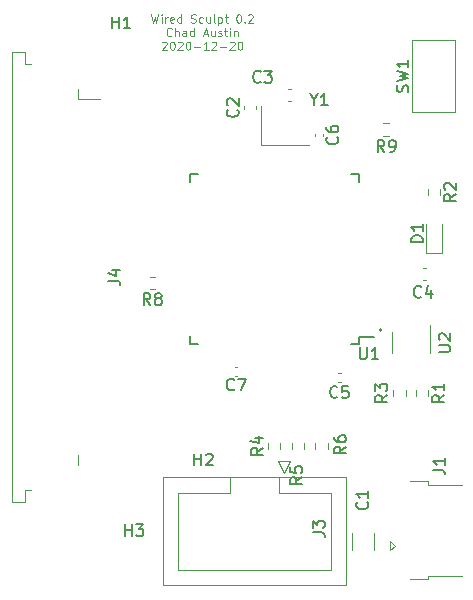
<source format=gbr>
G04 #@! TF.GenerationSoftware,KiCad,Pcbnew,(5.1.8)-1*
G04 #@! TF.CreationDate,2020-12-20T21:52:24-08:00*
G04 #@! TF.ProjectId,wired-sculpt,77697265-642d-4736-9375-6c70742e6b69,rev?*
G04 #@! TF.SameCoordinates,Original*
G04 #@! TF.FileFunction,Legend,Top*
G04 #@! TF.FilePolarity,Positive*
%FSLAX46Y46*%
G04 Gerber Fmt 4.6, Leading zero omitted, Abs format (unit mm)*
G04 Created by KiCad (PCBNEW (5.1.8)-1) date 2020-12-20 21:52:24*
%MOMM*%
%LPD*%
G01*
G04 APERTURE LIST*
%ADD10C,0.200000*%
%ADD11C,0.100000*%
%ADD12C,0.150000*%
%ADD13C,0.120000*%
G04 APERTURE END LIST*
D10*
X153100000Y-58000000D02*
G75*
G03*
X153100000Y-58000000I-100000J0D01*
G01*
D11*
X133583333Y-31266666D02*
X133750000Y-31966666D01*
X133883333Y-31466666D01*
X134016666Y-31966666D01*
X134183333Y-31266666D01*
X134450000Y-31966666D02*
X134450000Y-31500000D01*
X134450000Y-31266666D02*
X134416666Y-31300000D01*
X134450000Y-31333333D01*
X134483333Y-31300000D01*
X134450000Y-31266666D01*
X134450000Y-31333333D01*
X134783333Y-31966666D02*
X134783333Y-31500000D01*
X134783333Y-31633333D02*
X134816666Y-31566666D01*
X134850000Y-31533333D01*
X134916666Y-31500000D01*
X134983333Y-31500000D01*
X135483333Y-31933333D02*
X135416666Y-31966666D01*
X135283333Y-31966666D01*
X135216666Y-31933333D01*
X135183333Y-31866666D01*
X135183333Y-31600000D01*
X135216666Y-31533333D01*
X135283333Y-31500000D01*
X135416666Y-31500000D01*
X135483333Y-31533333D01*
X135516666Y-31600000D01*
X135516666Y-31666666D01*
X135183333Y-31733333D01*
X136116666Y-31966666D02*
X136116666Y-31266666D01*
X136116666Y-31933333D02*
X136050000Y-31966666D01*
X135916666Y-31966666D01*
X135850000Y-31933333D01*
X135816666Y-31900000D01*
X135783333Y-31833333D01*
X135783333Y-31633333D01*
X135816666Y-31566666D01*
X135850000Y-31533333D01*
X135916666Y-31500000D01*
X136050000Y-31500000D01*
X136116666Y-31533333D01*
X136950000Y-31933333D02*
X137050000Y-31966666D01*
X137216666Y-31966666D01*
X137283333Y-31933333D01*
X137316666Y-31900000D01*
X137350000Y-31833333D01*
X137350000Y-31766666D01*
X137316666Y-31700000D01*
X137283333Y-31666666D01*
X137216666Y-31633333D01*
X137083333Y-31600000D01*
X137016666Y-31566666D01*
X136983333Y-31533333D01*
X136950000Y-31466666D01*
X136950000Y-31400000D01*
X136983333Y-31333333D01*
X137016666Y-31300000D01*
X137083333Y-31266666D01*
X137250000Y-31266666D01*
X137350000Y-31300000D01*
X137950000Y-31933333D02*
X137883333Y-31966666D01*
X137750000Y-31966666D01*
X137683333Y-31933333D01*
X137650000Y-31900000D01*
X137616666Y-31833333D01*
X137616666Y-31633333D01*
X137650000Y-31566666D01*
X137683333Y-31533333D01*
X137750000Y-31500000D01*
X137883333Y-31500000D01*
X137950000Y-31533333D01*
X138550000Y-31500000D02*
X138550000Y-31966666D01*
X138250000Y-31500000D02*
X138250000Y-31866666D01*
X138283333Y-31933333D01*
X138350000Y-31966666D01*
X138450000Y-31966666D01*
X138516666Y-31933333D01*
X138550000Y-31900000D01*
X138983333Y-31966666D02*
X138916666Y-31933333D01*
X138883333Y-31866666D01*
X138883333Y-31266666D01*
X139250000Y-31500000D02*
X139250000Y-32200000D01*
X139250000Y-31533333D02*
X139316666Y-31500000D01*
X139450000Y-31500000D01*
X139516666Y-31533333D01*
X139550000Y-31566666D01*
X139583333Y-31633333D01*
X139583333Y-31833333D01*
X139550000Y-31900000D01*
X139516666Y-31933333D01*
X139450000Y-31966666D01*
X139316666Y-31966666D01*
X139250000Y-31933333D01*
X139783333Y-31500000D02*
X140050000Y-31500000D01*
X139883333Y-31266666D02*
X139883333Y-31866666D01*
X139916666Y-31933333D01*
X139983333Y-31966666D01*
X140050000Y-31966666D01*
X140950000Y-31266666D02*
X141016666Y-31266666D01*
X141083333Y-31300000D01*
X141116666Y-31333333D01*
X141150000Y-31400000D01*
X141183333Y-31533333D01*
X141183333Y-31700000D01*
X141150000Y-31833333D01*
X141116666Y-31900000D01*
X141083333Y-31933333D01*
X141016666Y-31966666D01*
X140950000Y-31966666D01*
X140883333Y-31933333D01*
X140850000Y-31900000D01*
X140816666Y-31833333D01*
X140783333Y-31700000D01*
X140783333Y-31533333D01*
X140816666Y-31400000D01*
X140850000Y-31333333D01*
X140883333Y-31300000D01*
X140950000Y-31266666D01*
X141483333Y-31900000D02*
X141516666Y-31933333D01*
X141483333Y-31966666D01*
X141450000Y-31933333D01*
X141483333Y-31900000D01*
X141483333Y-31966666D01*
X141783333Y-31333333D02*
X141816666Y-31300000D01*
X141883333Y-31266666D01*
X142050000Y-31266666D01*
X142116666Y-31300000D01*
X142150000Y-31333333D01*
X142183333Y-31400000D01*
X142183333Y-31466666D01*
X142150000Y-31566666D01*
X141750000Y-31966666D01*
X142183333Y-31966666D01*
X135316666Y-33050000D02*
X135283333Y-33083333D01*
X135183333Y-33116666D01*
X135116666Y-33116666D01*
X135016666Y-33083333D01*
X134950000Y-33016666D01*
X134916666Y-32950000D01*
X134883333Y-32816666D01*
X134883333Y-32716666D01*
X134916666Y-32583333D01*
X134950000Y-32516666D01*
X135016666Y-32450000D01*
X135116666Y-32416666D01*
X135183333Y-32416666D01*
X135283333Y-32450000D01*
X135316666Y-32483333D01*
X135616666Y-33116666D02*
X135616666Y-32416666D01*
X135916666Y-33116666D02*
X135916666Y-32750000D01*
X135883333Y-32683333D01*
X135816666Y-32650000D01*
X135716666Y-32650000D01*
X135650000Y-32683333D01*
X135616666Y-32716666D01*
X136550000Y-33116666D02*
X136550000Y-32750000D01*
X136516666Y-32683333D01*
X136450000Y-32650000D01*
X136316666Y-32650000D01*
X136250000Y-32683333D01*
X136550000Y-33083333D02*
X136483333Y-33116666D01*
X136316666Y-33116666D01*
X136250000Y-33083333D01*
X136216666Y-33016666D01*
X136216666Y-32950000D01*
X136250000Y-32883333D01*
X136316666Y-32850000D01*
X136483333Y-32850000D01*
X136550000Y-32816666D01*
X137183333Y-33116666D02*
X137183333Y-32416666D01*
X137183333Y-33083333D02*
X137116666Y-33116666D01*
X136983333Y-33116666D01*
X136916666Y-33083333D01*
X136883333Y-33050000D01*
X136850000Y-32983333D01*
X136850000Y-32783333D01*
X136883333Y-32716666D01*
X136916666Y-32683333D01*
X136983333Y-32650000D01*
X137116666Y-32650000D01*
X137183333Y-32683333D01*
X138016666Y-32916666D02*
X138350000Y-32916666D01*
X137950000Y-33116666D02*
X138183333Y-32416666D01*
X138416666Y-33116666D01*
X138950000Y-32650000D02*
X138950000Y-33116666D01*
X138650000Y-32650000D02*
X138650000Y-33016666D01*
X138683333Y-33083333D01*
X138750000Y-33116666D01*
X138850000Y-33116666D01*
X138916666Y-33083333D01*
X138950000Y-33050000D01*
X139250000Y-33083333D02*
X139316666Y-33116666D01*
X139450000Y-33116666D01*
X139516666Y-33083333D01*
X139550000Y-33016666D01*
X139550000Y-32983333D01*
X139516666Y-32916666D01*
X139450000Y-32883333D01*
X139350000Y-32883333D01*
X139283333Y-32850000D01*
X139250000Y-32783333D01*
X139250000Y-32750000D01*
X139283333Y-32683333D01*
X139350000Y-32650000D01*
X139450000Y-32650000D01*
X139516666Y-32683333D01*
X139750000Y-32650000D02*
X140016666Y-32650000D01*
X139850000Y-32416666D02*
X139850000Y-33016666D01*
X139883333Y-33083333D01*
X139950000Y-33116666D01*
X140016666Y-33116666D01*
X140250000Y-33116666D02*
X140250000Y-32650000D01*
X140250000Y-32416666D02*
X140216666Y-32450000D01*
X140250000Y-32483333D01*
X140283333Y-32450000D01*
X140250000Y-32416666D01*
X140250000Y-32483333D01*
X140583333Y-32650000D02*
X140583333Y-33116666D01*
X140583333Y-32716666D02*
X140616666Y-32683333D01*
X140683333Y-32650000D01*
X140783333Y-32650000D01*
X140850000Y-32683333D01*
X140883333Y-32750000D01*
X140883333Y-33116666D01*
X134500000Y-33633333D02*
X134533333Y-33600000D01*
X134600000Y-33566666D01*
X134766666Y-33566666D01*
X134833333Y-33600000D01*
X134866666Y-33633333D01*
X134900000Y-33700000D01*
X134900000Y-33766666D01*
X134866666Y-33866666D01*
X134466666Y-34266666D01*
X134900000Y-34266666D01*
X135333333Y-33566666D02*
X135400000Y-33566666D01*
X135466666Y-33600000D01*
X135500000Y-33633333D01*
X135533333Y-33700000D01*
X135566666Y-33833333D01*
X135566666Y-34000000D01*
X135533333Y-34133333D01*
X135500000Y-34200000D01*
X135466666Y-34233333D01*
X135400000Y-34266666D01*
X135333333Y-34266666D01*
X135266666Y-34233333D01*
X135233333Y-34200000D01*
X135200000Y-34133333D01*
X135166666Y-34000000D01*
X135166666Y-33833333D01*
X135200000Y-33700000D01*
X135233333Y-33633333D01*
X135266666Y-33600000D01*
X135333333Y-33566666D01*
X135833333Y-33633333D02*
X135866666Y-33600000D01*
X135933333Y-33566666D01*
X136100000Y-33566666D01*
X136166666Y-33600000D01*
X136200000Y-33633333D01*
X136233333Y-33700000D01*
X136233333Y-33766666D01*
X136200000Y-33866666D01*
X135800000Y-34266666D01*
X136233333Y-34266666D01*
X136666666Y-33566666D02*
X136733333Y-33566666D01*
X136800000Y-33600000D01*
X136833333Y-33633333D01*
X136866666Y-33700000D01*
X136900000Y-33833333D01*
X136900000Y-34000000D01*
X136866666Y-34133333D01*
X136833333Y-34200000D01*
X136800000Y-34233333D01*
X136733333Y-34266666D01*
X136666666Y-34266666D01*
X136600000Y-34233333D01*
X136566666Y-34200000D01*
X136533333Y-34133333D01*
X136500000Y-34000000D01*
X136500000Y-33833333D01*
X136533333Y-33700000D01*
X136566666Y-33633333D01*
X136600000Y-33600000D01*
X136666666Y-33566666D01*
X137200000Y-34000000D02*
X137733333Y-34000000D01*
X138433333Y-34266666D02*
X138033333Y-34266666D01*
X138233333Y-34266666D02*
X138233333Y-33566666D01*
X138166666Y-33666666D01*
X138100000Y-33733333D01*
X138033333Y-33766666D01*
X138700000Y-33633333D02*
X138733333Y-33600000D01*
X138800000Y-33566666D01*
X138966666Y-33566666D01*
X139033333Y-33600000D01*
X139066666Y-33633333D01*
X139100000Y-33700000D01*
X139100000Y-33766666D01*
X139066666Y-33866666D01*
X138666666Y-34266666D01*
X139100000Y-34266666D01*
X139400000Y-34000000D02*
X139933333Y-34000000D01*
X140233333Y-33633333D02*
X140266666Y-33600000D01*
X140333333Y-33566666D01*
X140500000Y-33566666D01*
X140566666Y-33600000D01*
X140600000Y-33633333D01*
X140633333Y-33700000D01*
X140633333Y-33766666D01*
X140600000Y-33866666D01*
X140200000Y-34266666D01*
X140633333Y-34266666D01*
X141066666Y-33566666D02*
X141133333Y-33566666D01*
X141200000Y-33600000D01*
X141233333Y-33633333D01*
X141266666Y-33700000D01*
X141300000Y-33833333D01*
X141300000Y-34000000D01*
X141266666Y-34133333D01*
X141233333Y-34200000D01*
X141200000Y-34233333D01*
X141133333Y-34266666D01*
X141066666Y-34266666D01*
X141000000Y-34233333D01*
X140966666Y-34200000D01*
X140933333Y-34133333D01*
X140900000Y-34000000D01*
X140900000Y-33833333D01*
X140933333Y-33700000D01*
X140966666Y-33633333D01*
X141000000Y-33600000D01*
X141066666Y-33566666D01*
D12*
G04 #@! TO.C,U1*
X151175000Y-58600000D02*
X152450000Y-58600000D01*
X136825000Y-59175000D02*
X137500000Y-59175000D01*
X136825000Y-44825000D02*
X137500000Y-44825000D01*
X151175000Y-44825000D02*
X150500000Y-44825000D01*
X151175000Y-59175000D02*
X150500000Y-59175000D01*
X151175000Y-44825000D02*
X151175000Y-45500000D01*
X136825000Y-44825000D02*
X136825000Y-45500000D01*
X136825000Y-59175000D02*
X136825000Y-58500000D01*
X151175000Y-59175000D02*
X151175000Y-58600000D01*
D13*
G04 #@! TO.C,J3*
X150060000Y-70460000D02*
X150060000Y-79580000D01*
X150060000Y-79580000D02*
X134560000Y-79580000D01*
X134560000Y-79580000D02*
X134560000Y-70460000D01*
X134560000Y-70460000D02*
X150060000Y-70460000D01*
X144360000Y-70460000D02*
X144360000Y-71770000D01*
X144360000Y-71770000D02*
X148760000Y-71770000D01*
X148760000Y-71770000D02*
X148760000Y-78270000D01*
X148760000Y-78270000D02*
X135860000Y-78270000D01*
X135860000Y-78270000D02*
X135860000Y-71770000D01*
X135860000Y-71770000D02*
X140260000Y-71770000D01*
X140260000Y-71770000D02*
X140260000Y-71770000D01*
X140260000Y-71770000D02*
X140260000Y-70460000D01*
X144850000Y-70070000D02*
X145350000Y-69070000D01*
X145350000Y-69070000D02*
X144350000Y-69070000D01*
X144350000Y-69070000D02*
X144850000Y-70070000D01*
G04 #@! TO.C,R1*
X155977500Y-63087742D02*
X155977500Y-63562258D01*
X157022500Y-63087742D02*
X157022500Y-63562258D01*
G04 #@! TO.C,J4*
X123440000Y-71545000D02*
X122900000Y-71545000D01*
X122900000Y-71545000D02*
X122900000Y-72570000D01*
X122900000Y-72570000D02*
X121790000Y-72570000D01*
X121790000Y-72570000D02*
X121790000Y-34430000D01*
X121790000Y-34430000D02*
X122900000Y-34430000D01*
X122900000Y-34430000D02*
X122900000Y-35455000D01*
X122900000Y-35455000D02*
X123440000Y-35455000D01*
X127410000Y-37610000D02*
X127410000Y-38435000D01*
X127410000Y-38435000D02*
X129210000Y-38435000D01*
X127410000Y-68565000D02*
X127410000Y-69390000D01*
G04 #@! TO.C,C2*
X141440000Y-39315580D02*
X141440000Y-39034420D01*
X142460000Y-39315580D02*
X142460000Y-39034420D01*
G04 #@! TO.C,C3*
X145415580Y-37590000D02*
X145134420Y-37590000D01*
X145415580Y-38610000D02*
X145134420Y-38610000D01*
G04 #@! TO.C,C4*
X156584420Y-53760000D02*
X156865580Y-53760000D01*
X156584420Y-52740000D02*
X156865580Y-52740000D01*
G04 #@! TO.C,D1*
X158185000Y-51497500D02*
X158185000Y-49012500D01*
X156815000Y-51497500D02*
X158185000Y-51497500D01*
X156815000Y-49012500D02*
X156815000Y-51497500D01*
G04 #@! TO.C,J1*
X154250000Y-76260000D02*
X153800000Y-76660000D01*
X153800000Y-76660000D02*
X153800000Y-75860000D01*
X153800000Y-75860000D02*
X154250000Y-76260000D01*
X159850000Y-71110000D02*
X157050000Y-71110000D01*
X157050000Y-71110000D02*
X157050000Y-70810000D01*
X157050000Y-70810000D02*
X155500000Y-70810000D01*
X159850000Y-78810000D02*
X157050000Y-78810000D01*
X157050000Y-79110000D02*
X157050000Y-78810000D01*
X157050000Y-79110000D02*
X155500000Y-79110000D01*
G04 #@! TO.C,R2*
X156977500Y-46087742D02*
X156977500Y-46562258D01*
X158022500Y-46087742D02*
X158022500Y-46562258D01*
G04 #@! TO.C,R3*
X155122500Y-63087742D02*
X155122500Y-63562258D01*
X154077500Y-63087742D02*
X154077500Y-63562258D01*
G04 #@! TO.C,R4*
X143477500Y-68062258D02*
X143477500Y-67587742D01*
X144522500Y-68062258D02*
X144522500Y-67587742D01*
G04 #@! TO.C,R5*
X146522500Y-68062258D02*
X146522500Y-67587742D01*
X145477500Y-68062258D02*
X145477500Y-67587742D01*
G04 #@! TO.C,R6*
X148522500Y-68062258D02*
X148522500Y-67587742D01*
X147477500Y-68062258D02*
X147477500Y-67587742D01*
G04 #@! TO.C,SW1*
X159310000Y-39560000D02*
X155690000Y-39560000D01*
X159310000Y-33440000D02*
X159310000Y-39560000D01*
X155690000Y-33440000D02*
X159310000Y-33440000D01*
X155690000Y-39560000D02*
X155690000Y-33440000D01*
G04 #@! TO.C,Y1*
X142900000Y-42350000D02*
X146900000Y-42350000D01*
X142900000Y-39050000D02*
X142900000Y-42350000D01*
G04 #@! TO.C,R8*
X133912258Y-54522500D02*
X133437742Y-54522500D01*
X133912258Y-53477500D02*
X133437742Y-53477500D01*
G04 #@! TO.C,C1*
X152410000Y-75188748D02*
X152410000Y-76611252D01*
X150590000Y-75188748D02*
X150590000Y-76611252D01*
G04 #@! TO.C,C6*
X148160000Y-41372164D02*
X148160000Y-41587836D01*
X147440000Y-41372164D02*
X147440000Y-41587836D01*
G04 #@! TO.C,C7*
X140877836Y-61860000D02*
X140662164Y-61860000D01*
X140877836Y-61140000D02*
X140662164Y-61140000D01*
G04 #@! TO.C,R9*
X153712258Y-41547500D02*
X153237742Y-41547500D01*
X153712258Y-40502500D02*
X153237742Y-40502500D01*
G04 #@! TO.C,U2*
X157170000Y-59980000D02*
X157170000Y-57530000D01*
X153950000Y-58180000D02*
X153950000Y-59980000D01*
G04 #@! TO.C,C5*
X149412164Y-62360000D02*
X149627836Y-62360000D01*
X149412164Y-61640000D02*
X149627836Y-61640000D01*
G04 #@! TO.C,U1*
D12*
X151238095Y-59452380D02*
X151238095Y-60261904D01*
X151285714Y-60357142D01*
X151333333Y-60404761D01*
X151428571Y-60452380D01*
X151619047Y-60452380D01*
X151714285Y-60404761D01*
X151761904Y-60357142D01*
X151809523Y-60261904D01*
X151809523Y-59452380D01*
X152809523Y-60452380D02*
X152238095Y-60452380D01*
X152523809Y-60452380D02*
X152523809Y-59452380D01*
X152428571Y-59595238D01*
X152333333Y-59690476D01*
X152238095Y-59738095D01*
G04 #@! TO.C,J3*
X147252380Y-75133333D02*
X147966666Y-75133333D01*
X148109523Y-75180952D01*
X148204761Y-75276190D01*
X148252380Y-75419047D01*
X148252380Y-75514285D01*
X147252380Y-74752380D02*
X147252380Y-74133333D01*
X147633333Y-74466666D01*
X147633333Y-74323809D01*
X147680952Y-74228571D01*
X147728571Y-74180952D01*
X147823809Y-74133333D01*
X148061904Y-74133333D01*
X148157142Y-74180952D01*
X148204761Y-74228571D01*
X148252380Y-74323809D01*
X148252380Y-74609523D01*
X148204761Y-74704761D01*
X148157142Y-74752380D01*
G04 #@! TO.C,R1*
X158382380Y-63491666D02*
X157906190Y-63825000D01*
X158382380Y-64063095D02*
X157382380Y-64063095D01*
X157382380Y-63682142D01*
X157430000Y-63586904D01*
X157477619Y-63539285D01*
X157572857Y-63491666D01*
X157715714Y-63491666D01*
X157810952Y-63539285D01*
X157858571Y-63586904D01*
X157906190Y-63682142D01*
X157906190Y-64063095D01*
X158382380Y-62539285D02*
X158382380Y-63110714D01*
X158382380Y-62825000D02*
X157382380Y-62825000D01*
X157525238Y-62920238D01*
X157620476Y-63015476D01*
X157668095Y-63110714D01*
G04 #@! TO.C,J4*
X129952380Y-53833333D02*
X130666666Y-53833333D01*
X130809523Y-53880952D01*
X130904761Y-53976190D01*
X130952380Y-54119047D01*
X130952380Y-54214285D01*
X130285714Y-52928571D02*
X130952380Y-52928571D01*
X129904761Y-53166666D02*
X130619047Y-53404761D01*
X130619047Y-52785714D01*
G04 #@! TO.C,C2*
X140877142Y-39341666D02*
X140924761Y-39389285D01*
X140972380Y-39532142D01*
X140972380Y-39627380D01*
X140924761Y-39770238D01*
X140829523Y-39865476D01*
X140734285Y-39913095D01*
X140543809Y-39960714D01*
X140400952Y-39960714D01*
X140210476Y-39913095D01*
X140115238Y-39865476D01*
X140020000Y-39770238D01*
X139972380Y-39627380D01*
X139972380Y-39532142D01*
X140020000Y-39389285D01*
X140067619Y-39341666D01*
X140067619Y-38960714D02*
X140020000Y-38913095D01*
X139972380Y-38817857D01*
X139972380Y-38579761D01*
X140020000Y-38484523D01*
X140067619Y-38436904D01*
X140162857Y-38389285D01*
X140258095Y-38389285D01*
X140400952Y-38436904D01*
X140972380Y-39008333D01*
X140972380Y-38389285D01*
G04 #@! TO.C,C3*
X142833333Y-36957142D02*
X142785714Y-37004761D01*
X142642857Y-37052380D01*
X142547619Y-37052380D01*
X142404761Y-37004761D01*
X142309523Y-36909523D01*
X142261904Y-36814285D01*
X142214285Y-36623809D01*
X142214285Y-36480952D01*
X142261904Y-36290476D01*
X142309523Y-36195238D01*
X142404761Y-36100000D01*
X142547619Y-36052380D01*
X142642857Y-36052380D01*
X142785714Y-36100000D01*
X142833333Y-36147619D01*
X143166666Y-36052380D02*
X143785714Y-36052380D01*
X143452380Y-36433333D01*
X143595238Y-36433333D01*
X143690476Y-36480952D01*
X143738095Y-36528571D01*
X143785714Y-36623809D01*
X143785714Y-36861904D01*
X143738095Y-36957142D01*
X143690476Y-37004761D01*
X143595238Y-37052380D01*
X143309523Y-37052380D01*
X143214285Y-37004761D01*
X143166666Y-36957142D01*
G04 #@! TO.C,C4*
X156433333Y-55157142D02*
X156385714Y-55204761D01*
X156242857Y-55252380D01*
X156147619Y-55252380D01*
X156004761Y-55204761D01*
X155909523Y-55109523D01*
X155861904Y-55014285D01*
X155814285Y-54823809D01*
X155814285Y-54680952D01*
X155861904Y-54490476D01*
X155909523Y-54395238D01*
X156004761Y-54300000D01*
X156147619Y-54252380D01*
X156242857Y-54252380D01*
X156385714Y-54300000D01*
X156433333Y-54347619D01*
X157290476Y-54585714D02*
X157290476Y-55252380D01*
X157052380Y-54204761D02*
X156814285Y-54919047D01*
X157433333Y-54919047D01*
G04 #@! TO.C,D1*
X156572380Y-50550595D02*
X155572380Y-50550595D01*
X155572380Y-50312500D01*
X155620000Y-50169642D01*
X155715238Y-50074404D01*
X155810476Y-50026785D01*
X156000952Y-49979166D01*
X156143809Y-49979166D01*
X156334285Y-50026785D01*
X156429523Y-50074404D01*
X156524761Y-50169642D01*
X156572380Y-50312500D01*
X156572380Y-50550595D01*
X156572380Y-49026785D02*
X156572380Y-49598214D01*
X156572380Y-49312500D02*
X155572380Y-49312500D01*
X155715238Y-49407738D01*
X155810476Y-49502976D01*
X155858095Y-49598214D01*
G04 #@! TO.C,J1*
X157452380Y-69833333D02*
X158166666Y-69833333D01*
X158309523Y-69880952D01*
X158404761Y-69976190D01*
X158452380Y-70119047D01*
X158452380Y-70214285D01*
X158452380Y-68833333D02*
X158452380Y-69404761D01*
X158452380Y-69119047D02*
X157452380Y-69119047D01*
X157595238Y-69214285D01*
X157690476Y-69309523D01*
X157738095Y-69404761D01*
G04 #@! TO.C,R2*
X159382380Y-46491666D02*
X158906190Y-46825000D01*
X159382380Y-47063095D02*
X158382380Y-47063095D01*
X158382380Y-46682142D01*
X158430000Y-46586904D01*
X158477619Y-46539285D01*
X158572857Y-46491666D01*
X158715714Y-46491666D01*
X158810952Y-46539285D01*
X158858571Y-46586904D01*
X158906190Y-46682142D01*
X158906190Y-47063095D01*
X158477619Y-46110714D02*
X158430000Y-46063095D01*
X158382380Y-45967857D01*
X158382380Y-45729761D01*
X158430000Y-45634523D01*
X158477619Y-45586904D01*
X158572857Y-45539285D01*
X158668095Y-45539285D01*
X158810952Y-45586904D01*
X159382380Y-46158333D01*
X159382380Y-45539285D01*
G04 #@! TO.C,R3*
X153552380Y-63491666D02*
X153076190Y-63825000D01*
X153552380Y-64063095D02*
X152552380Y-64063095D01*
X152552380Y-63682142D01*
X152600000Y-63586904D01*
X152647619Y-63539285D01*
X152742857Y-63491666D01*
X152885714Y-63491666D01*
X152980952Y-63539285D01*
X153028571Y-63586904D01*
X153076190Y-63682142D01*
X153076190Y-64063095D01*
X152552380Y-63158333D02*
X152552380Y-62539285D01*
X152933333Y-62872619D01*
X152933333Y-62729761D01*
X152980952Y-62634523D01*
X153028571Y-62586904D01*
X153123809Y-62539285D01*
X153361904Y-62539285D01*
X153457142Y-62586904D01*
X153504761Y-62634523D01*
X153552380Y-62729761D01*
X153552380Y-63015476D01*
X153504761Y-63110714D01*
X153457142Y-63158333D01*
G04 #@! TO.C,R4*
X143022380Y-67966667D02*
X142546190Y-68300001D01*
X143022380Y-68538096D02*
X142022380Y-68538096D01*
X142022380Y-68157143D01*
X142070000Y-68061905D01*
X142117619Y-68014286D01*
X142212857Y-67966667D01*
X142355714Y-67966667D01*
X142450952Y-68014286D01*
X142498571Y-68061905D01*
X142546190Y-68157143D01*
X142546190Y-68538096D01*
X142355714Y-67109524D02*
X143022380Y-67109524D01*
X141974761Y-67347620D02*
X142689047Y-67585715D01*
X142689047Y-66966667D01*
G04 #@! TO.C,R5*
X146352380Y-70466666D02*
X145876190Y-70800000D01*
X146352380Y-71038095D02*
X145352380Y-71038095D01*
X145352380Y-70657142D01*
X145400000Y-70561904D01*
X145447619Y-70514285D01*
X145542857Y-70466666D01*
X145685714Y-70466666D01*
X145780952Y-70514285D01*
X145828571Y-70561904D01*
X145876190Y-70657142D01*
X145876190Y-71038095D01*
X145352380Y-69561904D02*
X145352380Y-70038095D01*
X145828571Y-70085714D01*
X145780952Y-70038095D01*
X145733333Y-69942857D01*
X145733333Y-69704761D01*
X145780952Y-69609523D01*
X145828571Y-69561904D01*
X145923809Y-69514285D01*
X146161904Y-69514285D01*
X146257142Y-69561904D01*
X146304761Y-69609523D01*
X146352380Y-69704761D01*
X146352380Y-69942857D01*
X146304761Y-70038095D01*
X146257142Y-70085714D01*
G04 #@! TO.C,R6*
X150052380Y-67866666D02*
X149576190Y-68200000D01*
X150052380Y-68438095D02*
X149052380Y-68438095D01*
X149052380Y-68057142D01*
X149100000Y-67961904D01*
X149147619Y-67914285D01*
X149242857Y-67866666D01*
X149385714Y-67866666D01*
X149480952Y-67914285D01*
X149528571Y-67961904D01*
X149576190Y-68057142D01*
X149576190Y-68438095D01*
X149052380Y-67009523D02*
X149052380Y-67200000D01*
X149100000Y-67295238D01*
X149147619Y-67342857D01*
X149290476Y-67438095D01*
X149480952Y-67485714D01*
X149861904Y-67485714D01*
X149957142Y-67438095D01*
X150004761Y-67390476D01*
X150052380Y-67295238D01*
X150052380Y-67104761D01*
X150004761Y-67009523D01*
X149957142Y-66961904D01*
X149861904Y-66914285D01*
X149623809Y-66914285D01*
X149528571Y-66961904D01*
X149480952Y-67009523D01*
X149433333Y-67104761D01*
X149433333Y-67295238D01*
X149480952Y-67390476D01*
X149528571Y-67438095D01*
X149623809Y-67485714D01*
G04 #@! TO.C,SW1*
X155304761Y-37833333D02*
X155352380Y-37690476D01*
X155352380Y-37452380D01*
X155304761Y-37357142D01*
X155257142Y-37309523D01*
X155161904Y-37261904D01*
X155066666Y-37261904D01*
X154971428Y-37309523D01*
X154923809Y-37357142D01*
X154876190Y-37452380D01*
X154828571Y-37642857D01*
X154780952Y-37738095D01*
X154733333Y-37785714D01*
X154638095Y-37833333D01*
X154542857Y-37833333D01*
X154447619Y-37785714D01*
X154400000Y-37738095D01*
X154352380Y-37642857D01*
X154352380Y-37404761D01*
X154400000Y-37261904D01*
X154352380Y-36928571D02*
X155352380Y-36690476D01*
X154638095Y-36500000D01*
X155352380Y-36309523D01*
X154352380Y-36071428D01*
X155352380Y-35166666D02*
X155352380Y-35738095D01*
X155352380Y-35452380D02*
X154352380Y-35452380D01*
X154495238Y-35547619D01*
X154590476Y-35642857D01*
X154638095Y-35738095D01*
G04 #@! TO.C,Y1*
X147323809Y-38476190D02*
X147323809Y-38952380D01*
X146990476Y-37952380D02*
X147323809Y-38476190D01*
X147657142Y-37952380D01*
X148514285Y-38952380D02*
X147942857Y-38952380D01*
X148228571Y-38952380D02*
X148228571Y-37952380D01*
X148133333Y-38095238D01*
X148038095Y-38190476D01*
X147942857Y-38238095D01*
G04 #@! TO.C,R8*
X133508333Y-55882380D02*
X133175000Y-55406190D01*
X132936904Y-55882380D02*
X132936904Y-54882380D01*
X133317857Y-54882380D01*
X133413095Y-54930000D01*
X133460714Y-54977619D01*
X133508333Y-55072857D01*
X133508333Y-55215714D01*
X133460714Y-55310952D01*
X133413095Y-55358571D01*
X133317857Y-55406190D01*
X132936904Y-55406190D01*
X134079761Y-55310952D02*
X133984523Y-55263333D01*
X133936904Y-55215714D01*
X133889285Y-55120476D01*
X133889285Y-55072857D01*
X133936904Y-54977619D01*
X133984523Y-54930000D01*
X134079761Y-54882380D01*
X134270238Y-54882380D01*
X134365476Y-54930000D01*
X134413095Y-54977619D01*
X134460714Y-55072857D01*
X134460714Y-55120476D01*
X134413095Y-55215714D01*
X134365476Y-55263333D01*
X134270238Y-55310952D01*
X134079761Y-55310952D01*
X133984523Y-55358571D01*
X133936904Y-55406190D01*
X133889285Y-55501428D01*
X133889285Y-55691904D01*
X133936904Y-55787142D01*
X133984523Y-55834761D01*
X134079761Y-55882380D01*
X134270238Y-55882380D01*
X134365476Y-55834761D01*
X134413095Y-55787142D01*
X134460714Y-55691904D01*
X134460714Y-55501428D01*
X134413095Y-55406190D01*
X134365476Y-55358571D01*
X134270238Y-55310952D01*
G04 #@! TO.C,H1*
X130238095Y-32452380D02*
X130238095Y-31452380D01*
X130238095Y-31928571D02*
X130809523Y-31928571D01*
X130809523Y-32452380D02*
X130809523Y-31452380D01*
X131809523Y-32452380D02*
X131238095Y-32452380D01*
X131523809Y-32452380D02*
X131523809Y-31452380D01*
X131428571Y-31595238D01*
X131333333Y-31690476D01*
X131238095Y-31738095D01*
G04 #@! TO.C,H2*
X137238095Y-69452380D02*
X137238095Y-68452380D01*
X137238095Y-68928571D02*
X137809523Y-68928571D01*
X137809523Y-69452380D02*
X137809523Y-68452380D01*
X138238095Y-68547619D02*
X138285714Y-68500000D01*
X138380952Y-68452380D01*
X138619047Y-68452380D01*
X138714285Y-68500000D01*
X138761904Y-68547619D01*
X138809523Y-68642857D01*
X138809523Y-68738095D01*
X138761904Y-68880952D01*
X138190476Y-69452380D01*
X138809523Y-69452380D01*
G04 #@! TO.C,C1*
X151857142Y-72566666D02*
X151904761Y-72614285D01*
X151952380Y-72757142D01*
X151952380Y-72852380D01*
X151904761Y-72995238D01*
X151809523Y-73090476D01*
X151714285Y-73138095D01*
X151523809Y-73185714D01*
X151380952Y-73185714D01*
X151190476Y-73138095D01*
X151095238Y-73090476D01*
X151000000Y-72995238D01*
X150952380Y-72852380D01*
X150952380Y-72757142D01*
X151000000Y-72614285D01*
X151047619Y-72566666D01*
X151952380Y-71614285D02*
X151952380Y-72185714D01*
X151952380Y-71900000D02*
X150952380Y-71900000D01*
X151095238Y-71995238D01*
X151190476Y-72090476D01*
X151238095Y-72185714D01*
G04 #@! TO.C,C6*
X149317142Y-41646666D02*
X149364761Y-41694285D01*
X149412380Y-41837142D01*
X149412380Y-41932380D01*
X149364761Y-42075238D01*
X149269523Y-42170476D01*
X149174285Y-42218095D01*
X148983809Y-42265714D01*
X148840952Y-42265714D01*
X148650476Y-42218095D01*
X148555238Y-42170476D01*
X148460000Y-42075238D01*
X148412380Y-41932380D01*
X148412380Y-41837142D01*
X148460000Y-41694285D01*
X148507619Y-41646666D01*
X148412380Y-40789523D02*
X148412380Y-40980000D01*
X148460000Y-41075238D01*
X148507619Y-41122857D01*
X148650476Y-41218095D01*
X148840952Y-41265714D01*
X149221904Y-41265714D01*
X149317142Y-41218095D01*
X149364761Y-41170476D01*
X149412380Y-41075238D01*
X149412380Y-40884761D01*
X149364761Y-40789523D01*
X149317142Y-40741904D01*
X149221904Y-40694285D01*
X148983809Y-40694285D01*
X148888571Y-40741904D01*
X148840952Y-40789523D01*
X148793333Y-40884761D01*
X148793333Y-41075238D01*
X148840952Y-41170476D01*
X148888571Y-41218095D01*
X148983809Y-41265714D01*
G04 #@! TO.C,C7*
X140603333Y-63017142D02*
X140555714Y-63064761D01*
X140412857Y-63112380D01*
X140317619Y-63112380D01*
X140174761Y-63064761D01*
X140079523Y-62969523D01*
X140031904Y-62874285D01*
X139984285Y-62683809D01*
X139984285Y-62540952D01*
X140031904Y-62350476D01*
X140079523Y-62255238D01*
X140174761Y-62160000D01*
X140317619Y-62112380D01*
X140412857Y-62112380D01*
X140555714Y-62160000D01*
X140603333Y-62207619D01*
X140936666Y-62112380D02*
X141603333Y-62112380D01*
X141174761Y-63112380D01*
G04 #@! TO.C,R9*
X153308333Y-42907380D02*
X152975000Y-42431190D01*
X152736904Y-42907380D02*
X152736904Y-41907380D01*
X153117857Y-41907380D01*
X153213095Y-41955000D01*
X153260714Y-42002619D01*
X153308333Y-42097857D01*
X153308333Y-42240714D01*
X153260714Y-42335952D01*
X153213095Y-42383571D01*
X153117857Y-42431190D01*
X152736904Y-42431190D01*
X153784523Y-42907380D02*
X153975000Y-42907380D01*
X154070238Y-42859761D01*
X154117857Y-42812142D01*
X154213095Y-42669285D01*
X154260714Y-42478809D01*
X154260714Y-42097857D01*
X154213095Y-42002619D01*
X154165476Y-41955000D01*
X154070238Y-41907380D01*
X153879761Y-41907380D01*
X153784523Y-41955000D01*
X153736904Y-42002619D01*
X153689285Y-42097857D01*
X153689285Y-42335952D01*
X153736904Y-42431190D01*
X153784523Y-42478809D01*
X153879761Y-42526428D01*
X154070238Y-42526428D01*
X154165476Y-42478809D01*
X154213095Y-42431190D01*
X154260714Y-42335952D01*
G04 #@! TO.C,U2*
X157912380Y-59841904D02*
X158721904Y-59841904D01*
X158817142Y-59794285D01*
X158864761Y-59746666D01*
X158912380Y-59651428D01*
X158912380Y-59460952D01*
X158864761Y-59365714D01*
X158817142Y-59318095D01*
X158721904Y-59270476D01*
X157912380Y-59270476D01*
X158007619Y-58841904D02*
X157960000Y-58794285D01*
X157912380Y-58699047D01*
X157912380Y-58460952D01*
X157960000Y-58365714D01*
X158007619Y-58318095D01*
X158102857Y-58270476D01*
X158198095Y-58270476D01*
X158340952Y-58318095D01*
X158912380Y-58889523D01*
X158912380Y-58270476D01*
G04 #@! TO.C,C5*
X149333333Y-63657142D02*
X149285714Y-63704761D01*
X149142857Y-63752380D01*
X149047619Y-63752380D01*
X148904761Y-63704761D01*
X148809523Y-63609523D01*
X148761904Y-63514285D01*
X148714285Y-63323809D01*
X148714285Y-63180952D01*
X148761904Y-62990476D01*
X148809523Y-62895238D01*
X148904761Y-62800000D01*
X149047619Y-62752380D01*
X149142857Y-62752380D01*
X149285714Y-62800000D01*
X149333333Y-62847619D01*
X150238095Y-62752380D02*
X149761904Y-62752380D01*
X149714285Y-63228571D01*
X149761904Y-63180952D01*
X149857142Y-63133333D01*
X150095238Y-63133333D01*
X150190476Y-63180952D01*
X150238095Y-63228571D01*
X150285714Y-63323809D01*
X150285714Y-63561904D01*
X150238095Y-63657142D01*
X150190476Y-63704761D01*
X150095238Y-63752380D01*
X149857142Y-63752380D01*
X149761904Y-63704761D01*
X149714285Y-63657142D01*
G04 #@! TO.C,H3*
X131338095Y-75452380D02*
X131338095Y-74452380D01*
X131338095Y-74928571D02*
X131909523Y-74928571D01*
X131909523Y-75452380D02*
X131909523Y-74452380D01*
X132290476Y-74452380D02*
X132909523Y-74452380D01*
X132576190Y-74833333D01*
X132719047Y-74833333D01*
X132814285Y-74880952D01*
X132861904Y-74928571D01*
X132909523Y-75023809D01*
X132909523Y-75261904D01*
X132861904Y-75357142D01*
X132814285Y-75404761D01*
X132719047Y-75452380D01*
X132433333Y-75452380D01*
X132338095Y-75404761D01*
X132290476Y-75357142D01*
G04 #@! TD*
M02*

</source>
